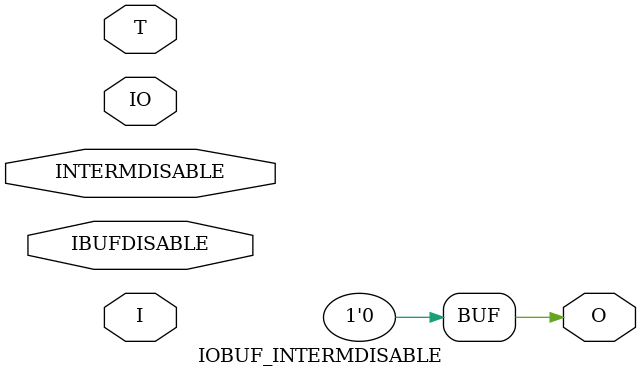
<source format=v>
module IOBUF_INTERMDISABLE(	// file.cleaned.mlir:2:3
  inout  IO,	// file.cleaned.mlir:2:40
  input  I,	// file.cleaned.mlir:2:53
         IBUFDISABLE,	// file.cleaned.mlir:2:65
         INTERMDISABLE,	// file.cleaned.mlir:2:87
         T,	// file.cleaned.mlir:2:111
  output O	// file.cleaned.mlir:2:124
);

  assign O = 1'h0;	// file.cleaned.mlir:3:14, :4:5
endmodule


</source>
